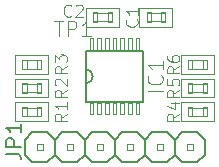
<source format=gto>
G04 #@! TF.FileFunction,Legend,Top*
%FSLAX46Y46*%
G04 Gerber Fmt 4.6, Leading zero omitted, Abs format (unit mm)*
G04 Created by KiCad (PCBNEW 4.0.1-stable) date 2016/04/10 17:27:39*
%MOMM*%
G01*
G04 APERTURE LIST*
%ADD10C,0.100000*%
%ADD11C,0.066040*%
%ADD12C,0.101600*%
%ADD13C,0.203200*%
%ADD14C,0.152400*%
%ADD15C,0.076200*%
%ADD16C,0.127000*%
%ADD17C,0.000001*%
G04 APERTURE END LIST*
D10*
D11*
X147702440Y-92398780D02*
X148050420Y-92398780D01*
X148050420Y-92398780D02*
X148050420Y-91601220D01*
X147702440Y-91601220D02*
X148050420Y-91601220D01*
X147702440Y-92398780D02*
X147702440Y-91601220D01*
X148949580Y-92398780D02*
X149297560Y-92398780D01*
X149297560Y-92398780D02*
X149297560Y-91601220D01*
X148949580Y-91601220D02*
X149297560Y-91601220D01*
X148949580Y-92398780D02*
X148949580Y-91601220D01*
X147100460Y-92797560D02*
X149899540Y-92797560D01*
X149899540Y-92797560D02*
X149899540Y-91202440D01*
X147100460Y-91202440D02*
X149899540Y-91202440D01*
X147100460Y-92797560D02*
X147100460Y-91202440D01*
D12*
X147776100Y-91652020D02*
X149223900Y-91652020D01*
X149223900Y-92347980D02*
X147776100Y-92347980D01*
D11*
X144797560Y-91601220D02*
X144449580Y-91601220D01*
X144449580Y-91601220D02*
X144449580Y-92398780D01*
X144797560Y-92398780D02*
X144449580Y-92398780D01*
X144797560Y-91601220D02*
X144797560Y-92398780D01*
X143550420Y-91601220D02*
X143202440Y-91601220D01*
X143202440Y-91601220D02*
X143202440Y-92398780D01*
X143550420Y-92398780D02*
X143202440Y-92398780D01*
X143550420Y-91601220D02*
X143550420Y-92398780D01*
X145399540Y-91202440D02*
X142600460Y-91202440D01*
X142600460Y-91202440D02*
X142600460Y-92797560D01*
X145399540Y-92797560D02*
X142600460Y-92797560D01*
X145399540Y-91202440D02*
X145399540Y-92797560D01*
D12*
X144723900Y-92347980D02*
X143276100Y-92347980D01*
X143276100Y-91652020D02*
X144723900Y-91652020D01*
D11*
X143201680Y-100197860D02*
X143201680Y-99247900D01*
X143201680Y-99247900D02*
X142901960Y-99247900D01*
X142901960Y-100197860D02*
X142901960Y-99247900D01*
X143201680Y-100197860D02*
X142901960Y-100197860D01*
X143851920Y-100197860D02*
X143851920Y-99247900D01*
X143851920Y-99247900D02*
X143552200Y-99247900D01*
X143552200Y-100197860D02*
X143552200Y-99247900D01*
X143851920Y-100197860D02*
X143552200Y-100197860D01*
X144502160Y-100197860D02*
X144502160Y-99247900D01*
X144502160Y-99247900D02*
X144202440Y-99247900D01*
X144202440Y-100197860D02*
X144202440Y-99247900D01*
X144502160Y-100197860D02*
X144202440Y-100197860D01*
X145149860Y-100197860D02*
X145149860Y-99247900D01*
X145149860Y-99247900D02*
X144850140Y-99247900D01*
X144850140Y-100197860D02*
X144850140Y-99247900D01*
X145149860Y-100197860D02*
X144850140Y-100197860D01*
X145797560Y-100197860D02*
X145797560Y-99247900D01*
X145797560Y-99247900D02*
X145497840Y-99247900D01*
X145497840Y-100197860D02*
X145497840Y-99247900D01*
X145797560Y-100197860D02*
X145497840Y-100197860D01*
X146447800Y-100197860D02*
X146447800Y-99247900D01*
X146447800Y-99247900D02*
X146148080Y-99247900D01*
X146148080Y-100197860D02*
X146148080Y-99247900D01*
X146447800Y-100197860D02*
X146148080Y-100197860D01*
X147098040Y-100197860D02*
X147098040Y-99247900D01*
X147098040Y-99247900D02*
X146798320Y-99247900D01*
X146798320Y-100197860D02*
X146798320Y-99247900D01*
X147098040Y-100197860D02*
X146798320Y-100197860D01*
X147098040Y-94752100D02*
X147098040Y-93802140D01*
X147098040Y-93802140D02*
X146798320Y-93802140D01*
X146798320Y-94752100D02*
X146798320Y-93802140D01*
X147098040Y-94752100D02*
X146798320Y-94752100D01*
X146447800Y-94752100D02*
X146447800Y-93802140D01*
X146447800Y-93802140D02*
X146148080Y-93802140D01*
X146148080Y-94752100D02*
X146148080Y-93802140D01*
X146447800Y-94752100D02*
X146148080Y-94752100D01*
X145797560Y-94752100D02*
X145797560Y-93802140D01*
X145797560Y-93802140D02*
X145497840Y-93802140D01*
X145497840Y-94752100D02*
X145497840Y-93802140D01*
X145797560Y-94752100D02*
X145497840Y-94752100D01*
X145149860Y-94752100D02*
X145149860Y-93802140D01*
X145149860Y-93802140D02*
X144850140Y-93802140D01*
X144850140Y-94752100D02*
X144850140Y-93802140D01*
X145149860Y-94752100D02*
X144850140Y-94752100D01*
X144502160Y-94752100D02*
X144502160Y-93802140D01*
X144502160Y-93802140D02*
X144202440Y-93802140D01*
X144202440Y-94752100D02*
X144202440Y-93802140D01*
X144502160Y-94752100D02*
X144202440Y-94752100D01*
X143851920Y-94752100D02*
X143851920Y-93802140D01*
X143851920Y-93802140D02*
X143552200Y-93802140D01*
X143552200Y-94752100D02*
X143552200Y-93802140D01*
X143851920Y-94752100D02*
X143552200Y-94752100D01*
X143201680Y-94752100D02*
X143201680Y-93802140D01*
X143201680Y-93802140D02*
X142901960Y-93802140D01*
X142901960Y-94752100D02*
X142901960Y-93802140D01*
X143201680Y-94752100D02*
X142901960Y-94752100D01*
D13*
X147446020Y-99146300D02*
X147446020Y-94853700D01*
X147446020Y-94853700D02*
X142553980Y-94853700D01*
X142553980Y-94853700D02*
X142553980Y-99146300D01*
X142553980Y-99146300D02*
X147446020Y-99146300D01*
X142553980Y-97599440D02*
G75*
G03X142553980Y-96400560I0J599440D01*
G01*
D11*
X148556000Y-103254000D02*
X149064000Y-103254000D01*
X149064000Y-103254000D02*
X149064000Y-102746000D01*
X148556000Y-102746000D02*
X149064000Y-102746000D01*
X148556000Y-103254000D02*
X148556000Y-102746000D01*
X146016000Y-103254000D02*
X146524000Y-103254000D01*
X146524000Y-103254000D02*
X146524000Y-102746000D01*
X146016000Y-102746000D02*
X146524000Y-102746000D01*
X146016000Y-103254000D02*
X146016000Y-102746000D01*
X143476000Y-103254000D02*
X143984000Y-103254000D01*
X143984000Y-103254000D02*
X143984000Y-102746000D01*
X143476000Y-102746000D02*
X143984000Y-102746000D01*
X143476000Y-103254000D02*
X143476000Y-102746000D01*
X140936000Y-103254000D02*
X141444000Y-103254000D01*
X141444000Y-103254000D02*
X141444000Y-102746000D01*
X140936000Y-102746000D02*
X141444000Y-102746000D01*
X140936000Y-103254000D02*
X140936000Y-102746000D01*
X138396000Y-103254000D02*
X138904000Y-103254000D01*
X138904000Y-103254000D02*
X138904000Y-102746000D01*
X138396000Y-102746000D02*
X138904000Y-102746000D01*
X138396000Y-103254000D02*
X138396000Y-102746000D01*
X151096000Y-103254000D02*
X151604000Y-103254000D01*
X151604000Y-103254000D02*
X151604000Y-102746000D01*
X151096000Y-102746000D02*
X151604000Y-102746000D01*
X151096000Y-103254000D02*
X151096000Y-102746000D01*
D14*
X145635000Y-101730000D02*
X146905000Y-101730000D01*
X146905000Y-101730000D02*
X147540000Y-102365000D01*
X147540000Y-102365000D02*
X147540000Y-103635000D01*
X147540000Y-103635000D02*
X146905000Y-104270000D01*
X147540000Y-102365000D02*
X148175000Y-101730000D01*
X148175000Y-101730000D02*
X149445000Y-101730000D01*
X149445000Y-101730000D02*
X150080000Y-102365000D01*
X150080000Y-102365000D02*
X150080000Y-103635000D01*
X150080000Y-103635000D02*
X149445000Y-104270000D01*
X149445000Y-104270000D02*
X148175000Y-104270000D01*
X148175000Y-104270000D02*
X147540000Y-103635000D01*
X142460000Y-102365000D02*
X143095000Y-101730000D01*
X143095000Y-101730000D02*
X144365000Y-101730000D01*
X144365000Y-101730000D02*
X145000000Y-102365000D01*
X145000000Y-102365000D02*
X145000000Y-103635000D01*
X145000000Y-103635000D02*
X144365000Y-104270000D01*
X144365000Y-104270000D02*
X143095000Y-104270000D01*
X143095000Y-104270000D02*
X142460000Y-103635000D01*
X145635000Y-101730000D02*
X145000000Y-102365000D01*
X145000000Y-103635000D02*
X145635000Y-104270000D01*
X146905000Y-104270000D02*
X145635000Y-104270000D01*
X138015000Y-101730000D02*
X139285000Y-101730000D01*
X139285000Y-101730000D02*
X139920000Y-102365000D01*
X139920000Y-102365000D02*
X139920000Y-103635000D01*
X139920000Y-103635000D02*
X139285000Y-104270000D01*
X139920000Y-102365000D02*
X140555000Y-101730000D01*
X140555000Y-101730000D02*
X141825000Y-101730000D01*
X141825000Y-101730000D02*
X142460000Y-102365000D01*
X142460000Y-102365000D02*
X142460000Y-103635000D01*
X142460000Y-103635000D02*
X141825000Y-104270000D01*
X141825000Y-104270000D02*
X140555000Y-104270000D01*
X140555000Y-104270000D02*
X139920000Y-103635000D01*
X137380000Y-102365000D02*
X137380000Y-103635000D01*
X138015000Y-101730000D02*
X137380000Y-102365000D01*
X137380000Y-103635000D02*
X138015000Y-104270000D01*
X139285000Y-104270000D02*
X138015000Y-104270000D01*
X150715000Y-101730000D02*
X151985000Y-101730000D01*
X151985000Y-101730000D02*
X152620000Y-102365000D01*
X152620000Y-102365000D02*
X152620000Y-103635000D01*
X152620000Y-103635000D02*
X151985000Y-104270000D01*
X150715000Y-101730000D02*
X150080000Y-102365000D01*
X150080000Y-103635000D02*
X150715000Y-104270000D01*
X151985000Y-104270000D02*
X150715000Y-104270000D01*
D11*
X138797560Y-99601220D02*
X138449580Y-99601220D01*
X138449580Y-99601220D02*
X138449580Y-100398780D01*
X138797560Y-100398780D02*
X138449580Y-100398780D01*
X138797560Y-99601220D02*
X138797560Y-100398780D01*
X137550420Y-99601220D02*
X137202440Y-99601220D01*
X137202440Y-99601220D02*
X137202440Y-100398780D01*
X137550420Y-100398780D02*
X137202440Y-100398780D01*
X137550420Y-99601220D02*
X137550420Y-100398780D01*
X139399540Y-99202440D02*
X136600460Y-99202440D01*
X136600460Y-99202440D02*
X136600460Y-100797560D01*
X139399540Y-100797560D02*
X136600460Y-100797560D01*
X139399540Y-99202440D02*
X139399540Y-100797560D01*
D12*
X138723900Y-100347980D02*
X137276100Y-100347980D01*
X137276100Y-99652020D02*
X138723900Y-99652020D01*
D11*
X138797560Y-97601220D02*
X138449580Y-97601220D01*
X138449580Y-97601220D02*
X138449580Y-98398780D01*
X138797560Y-98398780D02*
X138449580Y-98398780D01*
X138797560Y-97601220D02*
X138797560Y-98398780D01*
X137550420Y-97601220D02*
X137202440Y-97601220D01*
X137202440Y-97601220D02*
X137202440Y-98398780D01*
X137550420Y-98398780D02*
X137202440Y-98398780D01*
X137550420Y-97601220D02*
X137550420Y-98398780D01*
X139399540Y-97202440D02*
X136600460Y-97202440D01*
X136600460Y-97202440D02*
X136600460Y-98797560D01*
X139399540Y-98797560D02*
X136600460Y-98797560D01*
X139399540Y-97202440D02*
X139399540Y-98797560D01*
D12*
X138723900Y-98347980D02*
X137276100Y-98347980D01*
X137276100Y-97652020D02*
X138723900Y-97652020D01*
D11*
X138797560Y-95601220D02*
X138449580Y-95601220D01*
X138449580Y-95601220D02*
X138449580Y-96398780D01*
X138797560Y-96398780D02*
X138449580Y-96398780D01*
X138797560Y-95601220D02*
X138797560Y-96398780D01*
X137550420Y-95601220D02*
X137202440Y-95601220D01*
X137202440Y-95601220D02*
X137202440Y-96398780D01*
X137550420Y-96398780D02*
X137202440Y-96398780D01*
X137550420Y-95601220D02*
X137550420Y-96398780D01*
X139399540Y-95202440D02*
X136600460Y-95202440D01*
X136600460Y-95202440D02*
X136600460Y-96797560D01*
X139399540Y-96797560D02*
X136600460Y-96797560D01*
X139399540Y-95202440D02*
X139399540Y-96797560D01*
D12*
X138723900Y-96347980D02*
X137276100Y-96347980D01*
X137276100Y-95652020D02*
X138723900Y-95652020D01*
D11*
X151202440Y-100398780D02*
X151550420Y-100398780D01*
X151550420Y-100398780D02*
X151550420Y-99601220D01*
X151202440Y-99601220D02*
X151550420Y-99601220D01*
X151202440Y-100398780D02*
X151202440Y-99601220D01*
X152449580Y-100398780D02*
X152797560Y-100398780D01*
X152797560Y-100398780D02*
X152797560Y-99601220D01*
X152449580Y-99601220D02*
X152797560Y-99601220D01*
X152449580Y-100398780D02*
X152449580Y-99601220D01*
X150600460Y-100797560D02*
X153399540Y-100797560D01*
X153399540Y-100797560D02*
X153399540Y-99202440D01*
X150600460Y-99202440D02*
X153399540Y-99202440D01*
X150600460Y-100797560D02*
X150600460Y-99202440D01*
D12*
X151276100Y-99652020D02*
X152723900Y-99652020D01*
X152723900Y-100347980D02*
X151276100Y-100347980D01*
D11*
X151202440Y-98398780D02*
X151550420Y-98398780D01*
X151550420Y-98398780D02*
X151550420Y-97601220D01*
X151202440Y-97601220D02*
X151550420Y-97601220D01*
X151202440Y-98398780D02*
X151202440Y-97601220D01*
X152449580Y-98398780D02*
X152797560Y-98398780D01*
X152797560Y-98398780D02*
X152797560Y-97601220D01*
X152449580Y-97601220D02*
X152797560Y-97601220D01*
X152449580Y-98398780D02*
X152449580Y-97601220D01*
X150600460Y-98797560D02*
X153399540Y-98797560D01*
X153399540Y-98797560D02*
X153399540Y-97202440D01*
X150600460Y-97202440D02*
X153399540Y-97202440D01*
X150600460Y-98797560D02*
X150600460Y-97202440D01*
D12*
X151276100Y-97652020D02*
X152723900Y-97652020D01*
X152723900Y-98347980D02*
X151276100Y-98347980D01*
D11*
X151202440Y-96398780D02*
X151550420Y-96398780D01*
X151550420Y-96398780D02*
X151550420Y-95601220D01*
X151202440Y-95601220D02*
X151550420Y-95601220D01*
X151202440Y-96398780D02*
X151202440Y-95601220D01*
X152449580Y-96398780D02*
X152797560Y-96398780D01*
X152797560Y-96398780D02*
X152797560Y-95601220D01*
X152449580Y-95601220D02*
X152797560Y-95601220D01*
X152449580Y-96398780D02*
X152449580Y-95601220D01*
X150600460Y-96797560D02*
X153399540Y-96797560D01*
X153399540Y-96797560D02*
X153399540Y-95202440D01*
X150600460Y-95202440D02*
X153399540Y-95202440D01*
X150600460Y-96797560D02*
X150600460Y-95202440D01*
D12*
X151276100Y-95652020D02*
X152723900Y-95652020D01*
X152723900Y-96347980D02*
X151276100Y-96347980D01*
D15*
X146862857Y-92169333D02*
X146911238Y-92217714D01*
X146959619Y-92362857D01*
X146959619Y-92459619D01*
X146911238Y-92604761D01*
X146814476Y-92701523D01*
X146717714Y-92749904D01*
X146524190Y-92798285D01*
X146379048Y-92798285D01*
X146185524Y-92749904D01*
X146088762Y-92701523D01*
X145992000Y-92604761D01*
X145943619Y-92459619D01*
X145943619Y-92362857D01*
X145992000Y-92217714D01*
X146040381Y-92169333D01*
X146959619Y-91201714D02*
X146959619Y-91782285D01*
X146959619Y-91491999D02*
X145943619Y-91491999D01*
X146088762Y-91588761D01*
X146185524Y-91685523D01*
X146233905Y-91782285D01*
X141330667Y-91862857D02*
X141282286Y-91911238D01*
X141137143Y-91959619D01*
X141040381Y-91959619D01*
X140895239Y-91911238D01*
X140798477Y-91814476D01*
X140750096Y-91717714D01*
X140701715Y-91524190D01*
X140701715Y-91379048D01*
X140750096Y-91185524D01*
X140798477Y-91088762D01*
X140895239Y-90992000D01*
X141040381Y-90943619D01*
X141137143Y-90943619D01*
X141282286Y-90992000D01*
X141330667Y-91040381D01*
X141717715Y-91040381D02*
X141766096Y-90992000D01*
X141862858Y-90943619D01*
X142104762Y-90943619D01*
X142201524Y-90992000D01*
X142249905Y-91040381D01*
X142298286Y-91137143D01*
X142298286Y-91233905D01*
X142249905Y-91379048D01*
X141669334Y-91959619D01*
X142298286Y-91959619D01*
D12*
X149074524Y-98239762D02*
X147804524Y-98239762D01*
X148953571Y-96909286D02*
X149014048Y-96969762D01*
X149074524Y-97151191D01*
X149074524Y-97272143D01*
X149014048Y-97453571D01*
X148893095Y-97574524D01*
X148772143Y-97635000D01*
X148530238Y-97695476D01*
X148348810Y-97695476D01*
X148106905Y-97635000D01*
X147985952Y-97574524D01*
X147865000Y-97453571D01*
X147804524Y-97272143D01*
X147804524Y-97151191D01*
X147865000Y-96969762D01*
X147925476Y-96909286D01*
X149074524Y-95699762D02*
X149074524Y-96425476D01*
X149074524Y-96062619D02*
X147804524Y-96062619D01*
X147985952Y-96183571D01*
X148106905Y-96304524D01*
X148167381Y-96425476D01*
D16*
X135804524Y-103558333D02*
X136711667Y-103558333D01*
X136893095Y-103618809D01*
X137014048Y-103739761D01*
X137074524Y-103921190D01*
X137074524Y-104042142D01*
X137074524Y-102953571D02*
X135804524Y-102953571D01*
X135804524Y-102469762D01*
X135865000Y-102348809D01*
X135925476Y-102288333D01*
X136046429Y-102227857D01*
X136227857Y-102227857D01*
X136348810Y-102288333D01*
X136409286Y-102348809D01*
X136469762Y-102469762D01*
X136469762Y-102953571D01*
X137074524Y-101018333D02*
X137074524Y-101744047D01*
X137074524Y-101381190D02*
X135804524Y-101381190D01*
X135985952Y-101502142D01*
X136106905Y-101623095D01*
X136167381Y-101744047D01*
D15*
X140959619Y-100169333D02*
X140475810Y-100507999D01*
X140959619Y-100749904D02*
X139943619Y-100749904D01*
X139943619Y-100362857D01*
X139992000Y-100266095D01*
X140040381Y-100217714D01*
X140137143Y-100169333D01*
X140282286Y-100169333D01*
X140379048Y-100217714D01*
X140427429Y-100266095D01*
X140475810Y-100362857D01*
X140475810Y-100749904D01*
X140959619Y-99201714D02*
X140959619Y-99782285D01*
X140959619Y-99491999D02*
X139943619Y-99491999D01*
X140088762Y-99588761D01*
X140185524Y-99685523D01*
X140233905Y-99782285D01*
X140959619Y-98169333D02*
X140475810Y-98507999D01*
X140959619Y-98749904D02*
X139943619Y-98749904D01*
X139943619Y-98362857D01*
X139992000Y-98266095D01*
X140040381Y-98217714D01*
X140137143Y-98169333D01*
X140282286Y-98169333D01*
X140379048Y-98217714D01*
X140427429Y-98266095D01*
X140475810Y-98362857D01*
X140475810Y-98749904D01*
X140040381Y-97782285D02*
X139992000Y-97733904D01*
X139943619Y-97637142D01*
X139943619Y-97395238D01*
X139992000Y-97298476D01*
X140040381Y-97250095D01*
X140137143Y-97201714D01*
X140233905Y-97201714D01*
X140379048Y-97250095D01*
X140959619Y-97830666D01*
X140959619Y-97201714D01*
X140959619Y-96169333D02*
X140475810Y-96507999D01*
X140959619Y-96749904D02*
X139943619Y-96749904D01*
X139943619Y-96362857D01*
X139992000Y-96266095D01*
X140040381Y-96217714D01*
X140137143Y-96169333D01*
X140282286Y-96169333D01*
X140379048Y-96217714D01*
X140427429Y-96266095D01*
X140475810Y-96362857D01*
X140475810Y-96749904D01*
X139943619Y-95830666D02*
X139943619Y-95201714D01*
X140330667Y-95540380D01*
X140330667Y-95395238D01*
X140379048Y-95298476D01*
X140427429Y-95250095D01*
X140524190Y-95201714D01*
X140766095Y-95201714D01*
X140862857Y-95250095D01*
X140911238Y-95298476D01*
X140959619Y-95395238D01*
X140959619Y-95685523D01*
X140911238Y-95782285D01*
X140862857Y-95830666D01*
X150459619Y-100169333D02*
X149975810Y-100507999D01*
X150459619Y-100749904D02*
X149443619Y-100749904D01*
X149443619Y-100362857D01*
X149492000Y-100266095D01*
X149540381Y-100217714D01*
X149637143Y-100169333D01*
X149782286Y-100169333D01*
X149879048Y-100217714D01*
X149927429Y-100266095D01*
X149975810Y-100362857D01*
X149975810Y-100749904D01*
X149782286Y-99298476D02*
X150459619Y-99298476D01*
X149395238Y-99540380D02*
X150120952Y-99782285D01*
X150120952Y-99153333D01*
X150459619Y-98169333D02*
X149975810Y-98507999D01*
X150459619Y-98749904D02*
X149443619Y-98749904D01*
X149443619Y-98362857D01*
X149492000Y-98266095D01*
X149540381Y-98217714D01*
X149637143Y-98169333D01*
X149782286Y-98169333D01*
X149879048Y-98217714D01*
X149927429Y-98266095D01*
X149975810Y-98362857D01*
X149975810Y-98749904D01*
X149443619Y-97250095D02*
X149443619Y-97733904D01*
X149927429Y-97782285D01*
X149879048Y-97733904D01*
X149830667Y-97637142D01*
X149830667Y-97395238D01*
X149879048Y-97298476D01*
X149927429Y-97250095D01*
X150024190Y-97201714D01*
X150266095Y-97201714D01*
X150362857Y-97250095D01*
X150411238Y-97298476D01*
X150459619Y-97395238D01*
X150459619Y-97637142D01*
X150411238Y-97733904D01*
X150362857Y-97782285D01*
X150459619Y-96169333D02*
X149975810Y-96507999D01*
X150459619Y-96749904D02*
X149443619Y-96749904D01*
X149443619Y-96362857D01*
X149492000Y-96266095D01*
X149540381Y-96217714D01*
X149637143Y-96169333D01*
X149782286Y-96169333D01*
X149879048Y-96217714D01*
X149927429Y-96266095D01*
X149975810Y-96362857D01*
X149975810Y-96749904D01*
X149443619Y-95298476D02*
X149443619Y-95491999D01*
X149492000Y-95588761D01*
X149540381Y-95637142D01*
X149685524Y-95733904D01*
X149879048Y-95782285D01*
X150266095Y-95782285D01*
X150362857Y-95733904D01*
X150411238Y-95685523D01*
X150459619Y-95588761D01*
X150459619Y-95395238D01*
X150411238Y-95298476D01*
X150362857Y-95250095D01*
X150266095Y-95201714D01*
X150024190Y-95201714D01*
X149927429Y-95250095D01*
X149879048Y-95298476D01*
X149830667Y-95395238D01*
X149830667Y-95588761D01*
X149879048Y-95685523D01*
X149927429Y-95733904D01*
X150024190Y-95782285D01*
D12*
X139897381Y-92304524D02*
X140623096Y-92304524D01*
X140260239Y-93574524D02*
X140260239Y-92304524D01*
X141046429Y-93574524D02*
X141046429Y-92304524D01*
X141530238Y-92304524D01*
X141651191Y-92365000D01*
X141711667Y-92425476D01*
X141772143Y-92546429D01*
X141772143Y-92727857D01*
X141711667Y-92848810D01*
X141651191Y-92909286D01*
X141530238Y-92969762D01*
X141046429Y-92969762D01*
X142981667Y-93574524D02*
X142255953Y-93574524D01*
X142618810Y-93574524D02*
X142618810Y-92304524D01*
X142497858Y-92485952D01*
X142376905Y-92606905D01*
X142255953Y-92667381D01*
D17*
X140476277Y-95108390D02*
X140490791Y-95108390D01*
X140483534Y-95133790D02*
X140483534Y-95108390D01*
X140499258Y-95133790D02*
X140499258Y-95108390D01*
X140508934Y-95108390D01*
X140511353Y-95109600D01*
X140512562Y-95110810D01*
X140513772Y-95113229D01*
X140513772Y-95116857D01*
X140512562Y-95119276D01*
X140511353Y-95120486D01*
X140508934Y-95121695D01*
X140499258Y-95121695D01*
X140521029Y-95108390D02*
X140535543Y-95108390D01*
X140528286Y-95133790D02*
X140528286Y-95108390D01*
X140544010Y-95133790D02*
X140544010Y-95108390D01*
X140553686Y-95108390D01*
X140556105Y-95109600D01*
X140557314Y-95110810D01*
X140558524Y-95113229D01*
X140558524Y-95116857D01*
X140557314Y-95119276D01*
X140556105Y-95120486D01*
X140553686Y-95121695D01*
X140544010Y-95121695D01*
X140568200Y-95110810D02*
X140569410Y-95109600D01*
X140571829Y-95108390D01*
X140577876Y-95108390D01*
X140580295Y-95109600D01*
X140581505Y-95110810D01*
X140582714Y-95113229D01*
X140582714Y-95115648D01*
X140581505Y-95119276D01*
X140566991Y-95133790D01*
X140582714Y-95133790D01*
X140598438Y-95108390D02*
X140600857Y-95108390D01*
X140603276Y-95109600D01*
X140604485Y-95110810D01*
X140605695Y-95113229D01*
X140606904Y-95118067D01*
X140606904Y-95124114D01*
X140605695Y-95128952D01*
X140604485Y-95131371D01*
X140603276Y-95132581D01*
X140600857Y-95133790D01*
X140598438Y-95133790D01*
X140596019Y-95132581D01*
X140594809Y-95131371D01*
X140593600Y-95128952D01*
X140592390Y-95124114D01*
X140592390Y-95118067D01*
X140593600Y-95113229D01*
X140594809Y-95110810D01*
X140596019Y-95109600D01*
X140598438Y-95108390D01*
X140616580Y-95132581D02*
X140620209Y-95133790D01*
X140626256Y-95133790D01*
X140628675Y-95132581D01*
X140629885Y-95131371D01*
X140631094Y-95128952D01*
X140631094Y-95126533D01*
X140629885Y-95124114D01*
X140628675Y-95122905D01*
X140626256Y-95121695D01*
X140621418Y-95120486D01*
X140618999Y-95119276D01*
X140617790Y-95118067D01*
X140616580Y-95115648D01*
X140616580Y-95113229D01*
X140617790Y-95110810D01*
X140618999Y-95109600D01*
X140621418Y-95108390D01*
X140627466Y-95108390D01*
X140631094Y-95109600D01*
X140658913Y-95136210D02*
X140656494Y-95135000D01*
X140654075Y-95132581D01*
X140650446Y-95128952D01*
X140648027Y-95127743D01*
X140645608Y-95127743D01*
X140646818Y-95133790D02*
X140644399Y-95132581D01*
X140641980Y-95130162D01*
X140640770Y-95125324D01*
X140640770Y-95116857D01*
X140641980Y-95112019D01*
X140644399Y-95109600D01*
X140646818Y-95108390D01*
X140651656Y-95108390D01*
X140654075Y-95109600D01*
X140656494Y-95112019D01*
X140657703Y-95116857D01*
X140657703Y-95125324D01*
X140656494Y-95130162D01*
X140654075Y-95132581D01*
X140651656Y-95133790D01*
X140646818Y-95133790D01*
M02*

</source>
